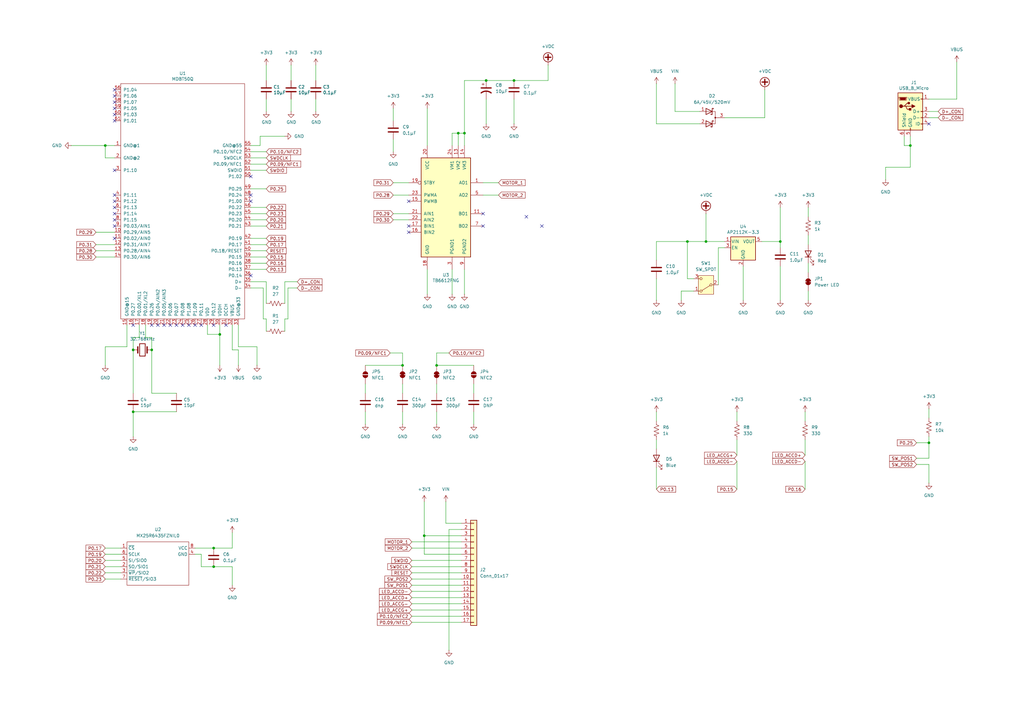
<source format=kicad_sch>
(kicad_sch (version 20250114) (generator "eeschema") (generator_version "9.0")
  (paper "A3")
  (title_block (title "Farlock3") (date "2025-05-28") (rev "v01") (comment 4 "Author: Joel Frazier"))
  (junction (at 381 181.61))
  (junction (at 289.56 99.06))
  (junction (at 54.61 168.91))
  (junction (at 87.63 224.79))
  (junction (at 43.18 59.69))
  (junction (at 190.5 54.61))
  (junction (at 179.07 149.86))
  (junction (at 54.61 143.51))
  (junction (at 62.23 143.51))
  (junction (at 210.82 33.02))
  (junction (at 173.99 219.71))
  (junction (at 90.17 137.16))
  (junction (at 87.63 232.41))
  (junction (at 199.39 33.02))
  (junction (at 373.38 59.69))
  (junction (at 281.94 99.06))
  (junction (at 165.1 149.86))
  (junction (at 187.96 54.61))
  (junction (at 320.04 99.06))
  (no_connect (at 92.71 133.35))
  (no_connect (at 46.99 46.99))
  (no_connect (at 198.12 92.71))
  (no_connect (at 381 50.8))
  (no_connect (at 46.99 92.71))
  (no_connect (at 46.99 85.09))
  (no_connect (at 46.99 90.17))
  (no_connect (at 215.9 88.9))
  (no_connect (at 87.63 133.35))
  (no_connect (at 80.01 133.35))
  (no_connect (at 46.99 41.91))
  (no_connect (at 46.99 80.01))
  (no_connect (at 46.99 36.83))
  (no_connect (at 198.12 87.63))
  (no_connect (at 167.64 82.55))
  (no_connect (at 72.39 133.35))
  (no_connect (at 62.23 133.35))
  (no_connect (at 67.31 133.35))
  (no_connect (at 46.99 49.53))
  (no_connect (at 46.99 97.79))
  (no_connect (at 46.99 39.37))
  (no_connect (at 167.64 95.25))
  (no_connect (at 69.85 133.35))
  (no_connect (at 46.99 69.85))
  (no_connect (at 82.55 133.35))
  (no_connect (at 102.87 113.03))
  (no_connect (at 102.87 82.55))
  (no_connect (at 77.47 133.35))
  (no_connect (at 46.99 87.63))
  (no_connect (at 74.93 133.35))
  (no_connect (at 167.64 92.71))
  (no_connect (at 64.77 133.35))
  (no_connect (at 222.25 92.71))
  (no_connect (at 46.99 44.45))
  (no_connect (at 54.61 133.35))
  (no_connect (at 102.87 80.01))
  (no_connect (at 46.99 82.55))
  (no_connect (at 102.87 72.39))
  (wire (pts (xy 97.79 142.24) (xy 105.41 142.24)))
  (wire (pts (xy 43.18 232.41) (xy 49.53 232.41)))
  (wire (pts (xy 107.95 118.11) (xy 107.95 130.81)))
  (wire (pts (xy 72.39 168.91) (xy 54.61 168.91)))
  (wire (pts (xy 165.1 144.78) (xy 165.1 149.86)))
  (wire (pts (xy 168.91 252.73) (xy 189.23 252.73)))
  (wire (pts (xy 187.96 54.61) (xy 187.96 59.69)))
  (wire (pts (xy 313.69 48.26) (xy 313.69 36.83)))
  (wire (pts (xy 194.31 157.48) (xy 194.31 161.29)))
  (wire (pts (xy 269.24 50.8) (xy 287.02 50.8)))
  (wire (pts (xy 119.38 26.67) (xy 119.38 33.02)))
  (wire (pts (xy 102.87 118.11) (xy 107.95 118.11)))
  (wire (pts (xy 281.94 99.06) (xy 289.56 99.06)))
  (wire (pts (xy 297.18 48.26) (xy 313.69 48.26)))
  (wire (pts (xy 199.39 40.64) (xy 199.39 50.8)))
  (wire (pts (xy 173.99 227.33) (xy 189.23 227.33)))
  (wire (pts (xy 175.26 44.45) (xy 175.26 59.69)))
  (wire (pts (xy 119.38 40.64) (xy 119.38 45.72)))
  (wire (pts (xy 302.26 189.23) (xy 302.26 200.66)))
  (wire (pts (xy 87.63 232.41) (xy 95.25 232.41)))
  (wire (pts (xy 43.18 149.86) (xy 43.18 142.24)))
  (wire (pts (xy 168.91 229.87) (xy 189.23 229.87)))
  (wire (pts (xy 276.86 34.29) (xy 276.86 45.72)))
  (wire (pts (xy 29.21 59.69) (xy 43.18 59.69)))
  (wire (pts (xy 331.47 96.52) (xy 331.47 100.33)))
  (wire (pts (xy 46.99 64.77) (xy 43.18 64.77)))
  (wire (pts (xy 52.07 142.24) (xy 52.07 133.35)))
  (wire (pts (xy 102.87 67.31) (xy 109.22 67.31)))
  (wire (pts (xy 179.07 157.48) (xy 179.07 161.29)))
  (wire (pts (xy 149.86 149.86) (xy 165.1 149.86)))
  (wire (pts (xy 54.61 168.91) (xy 54.61 179.07)))
  (wire (pts (xy 62.23 161.29) (xy 72.39 161.29)))
  (wire (pts (xy 185.42 54.61) (xy 187.96 54.61)))
  (wire (pts (xy 116.84 130.81) (xy 118.11 130.81)))
  (wire (pts (xy 87.63 224.79) (xy 95.25 224.79)))
  (wire (pts (xy 381 45.72) (xy 384.81 45.72)))
  (wire (pts (xy 85.09 137.16) (xy 90.17 137.16)))
  (wire (pts (xy 279.4 119.38) (xy 279.4 123.19)))
  (wire (pts (xy 168.91 242.57) (xy 189.23 242.57)))
  (wire (pts (xy 90.17 137.16) (xy 90.17 149.86)))
  (wire (pts (xy 102.87 64.77) (xy 109.22 64.77)))
  (wire (pts (xy 116.84 130.81) (xy 116.84 135.89)))
  (wire (pts (xy 269.24 180.34) (xy 269.24 184.15)))
  (wire (pts (xy 330.2 189.23) (xy 330.2 200.66)))
  (wire (pts (xy 198.12 80.01) (xy 204.47 80.01)))
  (wire (pts (xy 276.86 45.72) (xy 287.02 45.72)))
  (wire (pts (xy 105.41 142.24) (xy 105.41 149.86)))
  (wire (pts (xy 102.87 107.95) (xy 109.22 107.95)))
  (wire (pts (xy 370.84 59.69) (xy 373.38 59.69)))
  (wire (pts (xy 281.94 114.3) (xy 281.94 99.06)))
  (wire (pts (xy 102.87 97.79) (xy 109.22 97.79)))
  (wire (pts (xy 173.99 219.71) (xy 173.99 205.74)))
  (wire (pts (xy 373.38 55.88) (xy 373.38 59.69)))
  (wire (pts (xy 182.88 214.63) (xy 189.23 214.63)))
  (wire (pts (xy 320.04 99.06) (xy 320.04 101.6)))
  (wire (pts (xy 95.25 224.79) (xy 95.25 218.44)))
  (wire (pts (xy 39.37 105.41) (xy 46.99 105.41)))
  (wire (pts (xy 165.1 157.48) (xy 165.1 161.29)))
  (wire (pts (xy 184.15 217.17) (xy 189.23 217.17)))
  (wire (pts (xy 168.91 255.27) (xy 189.23 255.27)))
  (wire (pts (xy 129.54 26.67) (xy 129.54 33.02)))
  (wire (pts (xy 320.04 109.22) (xy 320.04 123.19)))
  (wire (pts (xy 43.18 227.33) (xy 49.53 227.33)))
  (wire (pts (xy 224.79 33.02) (xy 210.82 33.02)))
  (wire (pts (xy 190.5 33.02) (xy 199.39 33.02)))
  (wire (pts (xy 129.54 40.64) (xy 129.54 45.72)))
  (wire (pts (xy 43.18 64.77) (xy 43.18 59.69)))
  (wire (pts (xy 210.82 40.64) (xy 210.82 50.8)))
  (wire (pts (xy 173.99 219.71) (xy 189.23 219.71)))
  (wire (pts (xy 102.87 87.63) (xy 109.22 87.63)))
  (wire (pts (xy 57.15 138.43) (xy 54.61 138.43)))
  (wire (pts (xy 392.43 40.64) (xy 381 40.64)))
  (wire (pts (xy 102.87 62.23) (xy 109.22 62.23)))
  (wire (pts (xy 109.22 40.64) (xy 109.22 45.72)))
  (wire (pts (xy 331.47 119.38) (xy 331.47 123.19)))
  (wire (pts (xy 161.29 57.15) (xy 161.29 62.23)))
  (wire (pts (xy 116.84 115.57) (xy 121.92 115.57)))
  (wire (pts (xy 102.87 100.33) (xy 109.22 100.33)))
  (wire (pts (xy 102.87 102.87) (xy 109.22 102.87)))
  (wire (pts (xy 43.18 234.95) (xy 49.53 234.95)))
  (wire (pts (xy 294.64 101.6) (xy 297.18 101.6)))
  (wire (pts (xy 190.5 59.69) (xy 190.5 54.61)))
  (wire (pts (xy 370.84 59.69) (xy 370.84 55.88)))
  (wire (pts (xy 168.91 247.65) (xy 189.23 247.65)))
  (wire (pts (xy 330.2 180.34) (xy 330.2 186.69)))
  (wire (pts (xy 107.95 130.81) (xy 109.22 130.81)))
  (wire (pts (xy 330.2 168.91) (xy 330.2 172.72)))
  (wire (pts (xy 43.18 59.69) (xy 46.99 59.69)))
  (wire (pts (xy 62.23 143.51) (xy 62.23 161.29)))
  (wire (pts (xy 62.23 138.43) (xy 62.23 143.51)))
  (wire (pts (xy 54.61 143.51) (xy 54.61 161.29)))
  (wire (pts (xy 97.79 143.51) (xy 97.79 149.86)))
  (wire (pts (xy 82.55 227.33) (xy 82.55 232.41)))
  (wire (pts (xy 184.15 144.78) (xy 179.07 144.78)))
  (wire (pts (xy 373.38 68.58) (xy 363.22 68.58)))
  (wire (pts (xy 375.92 190.5) (xy 381 190.5)))
  (wire (pts (xy 102.87 69.85) (xy 109.22 69.85)))
  (wire (pts (xy 363.22 68.58) (xy 363.22 73.66)))
  (wire (pts (xy 118.11 118.11) (xy 121.92 118.11)))
  (wire (pts (xy 59.69 138.43) (xy 62.23 138.43)))
  (wire (pts (xy 85.09 133.35) (xy 85.09 137.16)))
  (wire (pts (xy 182.88 205.74) (xy 182.88 214.63)))
  (wire (pts (xy 179.07 168.91) (xy 179.07 173.99)))
  (wire (pts (xy 168.91 234.95) (xy 189.23 234.95)))
  (wire (pts (xy 39.37 100.33) (xy 46.99 100.33)))
  (wire (pts (xy 43.18 237.49) (xy 49.53 237.49)))
  (wire (pts (xy 57.15 133.35) (xy 57.15 138.43)))
  (wire (pts (xy 90.17 133.35) (xy 90.17 137.16)))
  (wire (pts (xy 102.87 59.69) (xy 106.68 59.69)))
  (wire (pts (xy 165.1 168.91) (xy 165.1 173.99)))
  (wire (pts (xy 106.68 59.69) (xy 106.68 55.88)))
  (wire (pts (xy 109.22 115.57) (xy 109.22 124.46)))
  (wire (pts (xy 82.55 232.41) (xy 87.63 232.41)))
  (wire (pts (xy 304.8 109.22) (xy 304.8 123.19)))
  (wire (pts (xy 198.12 74.93) (xy 204.47 74.93)))
  (wire (pts (xy 43.18 224.79) (xy 49.53 224.79)))
  (wire (pts (xy 381 190.5) (xy 381 198.12)))
  (wire (pts (xy 39.37 102.87) (xy 46.99 102.87)))
  (wire (pts (xy 168.91 237.49) (xy 189.23 237.49)))
  (wire (pts (xy 224.79 26.67) (xy 224.79 33.02)))
  (wire (pts (xy 294.64 116.84) (xy 294.64 101.6)))
  (wire (pts (xy 284.48 119.38) (xy 279.4 119.38)))
  (wire (pts (xy 168.91 250.19) (xy 189.23 250.19)))
  (wire (pts (xy 269.24 114.3) (xy 269.24 123.19)))
  (wire (pts (xy 302.26 180.34) (xy 302.26 186.69)))
  (wire (pts (xy 109.22 26.67) (xy 109.22 33.02)))
  (wire (pts (xy 190.5 54.61) (xy 190.5 33.02)))
  (wire (pts (xy 173.99 219.71) (xy 173.99 227.33)))
  (wire (pts (xy 102.87 92.71) (xy 109.22 92.71)))
  (wire (pts (xy 373.38 59.69) (xy 373.38 68.58)))
  (wire (pts (xy 80.01 224.79) (xy 87.63 224.79)))
  (wire (pts (xy 39.37 95.25) (xy 46.99 95.25)))
  (wire (pts (xy 190.5 110.49) (xy 190.5 120.65)))
  (wire (pts (xy 381 167.64) (xy 381 171.45)))
  (wire (pts (xy 312.42 99.06) (xy 320.04 99.06)))
  (wire (pts (xy 375.92 187.96) (xy 381 187.96)))
  (wire (pts (xy 331.47 85.09) (xy 331.47 88.9)))
  (wire (pts (xy 161.29 87.63) (xy 167.64 87.63)))
  (wire (pts (xy 80.01 227.33) (xy 82.55 227.33)))
  (wire (pts (xy 43.18 142.24) (xy 52.07 142.24)))
  (wire (pts (xy 179.07 144.78) (xy 179.07 149.86)))
  (wire (pts (xy 284.48 114.3) (xy 281.94 114.3)))
  (wire (pts (xy 185.42 59.69) (xy 185.42 54.61)))
  (wire (pts (xy 59.69 133.35) (xy 59.69 138.43)))
  (wire (pts (xy 161.29 74.93) (xy 167.64 74.93)))
  (wire (pts (xy 95.25 232.41) (xy 95.25 240.03)))
  (wire (pts (xy 289.56 99.06) (xy 297.18 99.06)))
  (wire (pts (xy 95.25 133.35) (xy 95.25 143.51)))
  (wire (pts (xy 269.24 168.91) (xy 269.24 172.72)))
  (wire (pts (xy 289.56 87.63) (xy 289.56 99.06)))
  (wire (pts (xy 161.29 44.45) (xy 161.29 49.53)))
  (wire (pts (xy 161.29 90.17) (xy 167.64 90.17)))
  (wire (pts (xy 168.91 245.11) (xy 189.23 245.11)))
  (wire (pts (xy 179.07 149.86) (xy 194.31 149.86)))
  (wire (pts (xy 168.91 240.03) (xy 189.23 240.03)))
  (wire (pts (xy 320.04 85.09) (xy 320.04 99.06)))
  (wire (pts (xy 269.24 191.77) (xy 269.24 200.66)))
  (wire (pts (xy 161.29 80.01) (xy 167.64 80.01)))
  (wire (pts (xy 102.87 90.17) (xy 109.22 90.17)))
  (wire (pts (xy 102.87 105.41) (xy 109.22 105.41)))
  (wire (pts (xy 184.15 217.17) (xy 184.15 266.7)))
  (wire (pts (xy 375.92 181.61) (xy 381 181.61)))
  (wire (pts (xy 269.24 99.06) (xy 281.94 99.06)))
  (wire (pts (xy 116.84 115.57) (xy 116.84 124.46)))
  (wire (pts (xy 331.47 107.95) (xy 331.47 111.76)))
  (wire (pts (xy 102.87 110.49) (xy 109.22 110.49)))
  (wire (pts (xy 185.42 110.49) (xy 185.42 120.65)))
  (wire (pts (xy 43.18 229.87) (xy 49.53 229.87)))
  (wire (pts (xy 392.43 25.4) (xy 392.43 40.64)))
  (wire (pts (xy 199.39 33.02) (xy 210.82 33.02)))
  (wire (pts (xy 187.96 54.61) (xy 190.5 54.61)))
  (wire (pts (xy 102.87 115.57) (xy 109.22 115.57)))
  (wire (pts (xy 97.79 133.35) (xy 97.79 142.24)))
  (wire (pts (xy 149.86 168.91) (xy 149.86 173.99)))
  (wire (pts (xy 168.91 232.41) (xy 189.23 232.41)))
  (wire (pts (xy 194.31 168.91) (xy 194.31 173.99)))
  (wire (pts (xy 160.02 144.78) (xy 165.1 144.78)))
  (wire (pts (xy 102.87 85.09) (xy 109.22 85.09)))
  (wire (pts (xy 106.68 55.88) (xy 116.84 55.88)))
  (wire (pts (xy 54.61 138.43) (xy 54.61 143.51)))
  (wire (pts (xy 102.87 77.47) (xy 109.22 77.47)))
  (wire (pts (xy 381 48.26) (xy 384.81 48.26)))
  (wire (pts (xy 118.11 130.81) (xy 118.11 118.11)))
  (wire (pts (xy 168.91 222.25) (xy 189.23 222.25)))
  (wire (pts (xy 109.22 130.81) (xy 109.22 135.89)))
  (wire (pts (xy 149.86 157.48) (xy 149.86 161.29)))
  (wire (pts (xy 95.25 143.51) (xy 97.79 143.51)))
  (wire (pts (xy 381 181.61) (xy 381 187.96)))
  (wire (pts (xy 168.91 224.79) (xy 189.23 224.79)))
  (wire (pts (xy 302.26 168.91) (xy 302.26 172.72)))
  (wire (pts (xy 269.24 106.68) (xy 269.24 99.06)))
  (wire (pts (xy 381 179.07) (xy 381 181.61)))
  (wire (pts (xy 175.26 110.49) (xy 175.26 120.65)))
  (wire (pts (xy 269.24 34.29) (xy 269.24 50.8)))
  (global_label "P0.30" (shape input) (at 39.37 105.41 180) (property "Intersheetrefs" "${INTERSHEET_REFS}" (effects (hide yes))))
  (global_label "P0.28" (shape input) (at 39.37 102.87 180) (property "Intersheetrefs" "${INTERSHEET_REFS}" (effects (hide yes))))
  (global_label "LED_ACCG-" (shape input) (at 168.91 247.65 180) (property "Intersheetrefs" "${INTERSHEET_REFS}" (effects (hide yes))))
  (global_label "MOTOR_1" (shape input) (at 204.47 74.93 0) (property "Intersheetrefs" "${INTERSHEET_REFS}" (effects (hide yes))))
  (global_label "LED_ACCG-" (shape input) (at 302.26 189.23 180) (property "Intersheetrefs" "${INTERSHEET_REFS}" (effects (hide yes))))
  (global_label "P0.16" (shape input) (at 109.22 107.95 0) (property "Intersheetrefs" "${INTERSHEET_REFS}" (effects (hide yes))))
  (global_label "P0.22" (shape input) (at 43.18 234.95 180) (property "Intersheetrefs" "${INTERSHEET_REFS}" (effects (hide yes))))
  (global_label "LED_ACCD-" (shape input) (at 330.2 189.23 180) (property "Intersheetrefs" "${INTERSHEET_REFS}" (effects (hide yes))))
  (global_label "D-_CON" (shape input) (at 384.81 48.26 0) (property "Intersheetrefs" "${INTERSHEET_REFS}" (effects (hide yes))))
  (global_label "SW_POS2" (shape input) (at 168.91 237.49 180) (property "Intersheetrefs" "${INTERSHEET_REFS}" (effects (hide yes))))
  (global_label "SWDCLK" (shape input) (at 109.22 64.77 0) (property "Intersheetrefs" "${INTERSHEET_REFS}" (effects (hide yes))))
  (global_label "P0.29" (shape input) (at 39.37 95.25 180) (property "Intersheetrefs" "${INTERSHEET_REFS}" (effects (hide yes))))
  (global_label "SW_POS1" (shape input) (at 375.92 187.96 180) (property "Intersheetrefs" "${INTERSHEET_REFS}" (effects (hide yes))))
  (global_label "P0.10{slash}NFC2" (shape input) (at 184.15 144.78 0) (property "Intersheetrefs" "${INTERSHEET_REFS}" (effects (hide yes))))
  (global_label "P0.20" (shape input) (at 43.18 229.87 180) (property "Intersheetrefs" "${INTERSHEET_REFS}" (effects (hide yes))))
  (global_label "P0.20" (shape input) (at 109.22 90.17 0) (property "Intersheetrefs" "${INTERSHEET_REFS}" (effects (hide yes))))
  (global_label "P0.30" (shape input) (at 161.29 90.17 180) (property "Intersheetrefs" "${INTERSHEET_REFS}" (effects (hide yes))))
  (global_label "P0.09{slash}NFC1" (shape input) (at 168.91 255.27 180) (property "Intersheetrefs" "${INTERSHEET_REFS}" (effects (hide yes))))
  (global_label "SWDIO" (shape input) (at 109.22 69.85 0) (property "Intersheetrefs" "${INTERSHEET_REFS}" (effects (hide yes))))
  (global_label "RESET" (shape input) (at 168.91 234.95 180) (property "Intersheetrefs" "${INTERSHEET_REFS}" (effects (hide yes))))
  (global_label "P0.10{slash}NFC2" (shape input) (at 109.22 62.23 0) (property "Intersheetrefs" "${INTERSHEET_REFS}" (effects (hide yes))))
  (global_label "P0.09{slash}NFC1" (shape input) (at 109.22 67.31 0) (property "Intersheetrefs" "${INTERSHEET_REFS}" (effects (hide yes))))
  (global_label "LED_ACCG+" (shape input) (at 302.26 186.69 180) (property "Intersheetrefs" "${INTERSHEET_REFS}" (effects (hide yes))))
  (global_label "LED_ACCD+" (shape input) (at 330.2 186.69 180) (property "Intersheetrefs" "${INTERSHEET_REFS}" (effects (hide yes))))
  (global_label "P0.13" (shape input) (at 269.24 200.66 0) (property "Intersheetrefs" "${INTERSHEET_REFS}" (effects (hide yes))))
  (global_label "LED_ACCG+" (shape input) (at 168.91 250.19 180) (property "Intersheetrefs" "${INTERSHEET_REFS}" (effects (hide yes))))
  (global_label "P0.10{slash}NFC2" (shape input) (at 168.91 252.73 180) (property "Intersheetrefs" "${INTERSHEET_REFS}" (effects (hide yes))))
  (global_label "D-_CON" (shape input) (at 121.92 118.11 0) (property "Intersheetrefs" "${INTERSHEET_REFS}" (effects (hide yes))))
  (global_label "P0.19" (shape input) (at 109.22 97.79 0) (property "Intersheetrefs" "${INTERSHEET_REFS}" (effects (hide yes))))
  (global_label "RESET" (shape input) (at 109.22 102.87 0) (property "Intersheetrefs" "${INTERSHEET_REFS}" (effects (hide yes))))
  (global_label "P0.23" (shape input) (at 109.22 87.63 0) (property "Intersheetrefs" "${INTERSHEET_REFS}" (effects (hide yes))))
  (global_label "LED_ACCD+" (shape input) (at 168.91 245.11 180) (property "Intersheetrefs" "${INTERSHEET_REFS}" (effects (hide yes))))
  (global_label "MOTOR_1" (shape input) (at 168.91 222.25 180) (property "Intersheetrefs" "${INTERSHEET_REFS}" (effects (hide yes))))
  (global_label "P0.25" (shape input) (at 109.22 77.47 0) (property "Intersheetrefs" "${INTERSHEET_REFS}" (effects (hide yes))))
  (global_label "P0.31" (shape input) (at 39.37 100.33 180) (property "Intersheetrefs" "${INTERSHEET_REFS}" (effects (hide yes))))
  (global_label "SWDCLK" (shape input) (at 168.91 232.41 180) (property "Intersheetrefs" "${INTERSHEET_REFS}" (effects (hide yes))))
  (global_label "P0.28" (shape input) (at 161.29 80.01 180) (property "Intersheetrefs" "${INTERSHEET_REFS}" (effects (hide yes))))
  (global_label "SWDIO" (shape input) (at 168.91 229.87 180) (property "Intersheetrefs" "${INTERSHEET_REFS}" (effects (hide yes))))
  (global_label "P0.22" (shape input) (at 109.22 85.09 0) (property "Intersheetrefs" "${INTERSHEET_REFS}" (effects (hide yes))))
  (global_label "SW_POS2" (shape input) (at 375.92 190.5 180) (property "Intersheetrefs" "${INTERSHEET_REFS}" (effects (hide yes))))
  (global_label "P0.17" (shape input) (at 43.18 224.79 180) (property "Intersheetrefs" "${INTERSHEET_REFS}" (effects (hide yes))))
  (global_label "D+_CON" (shape input) (at 121.92 115.57 0) (property "Intersheetrefs" "${INTERSHEET_REFS}" (effects (hide yes))))
  (global_label "P0.17" (shape input) (at 109.22 100.33 0) (property "Intersheetrefs" "${INTERSHEET_REFS}" (effects (hide yes))))
  (global_label "MOTOR_2" (shape input) (at 168.91 224.79 180) (property "Intersheetrefs" "${INTERSHEET_REFS}" (effects (hide yes))))
  (global_label "P0.15" (shape input) (at 302.26 200.66 180) (property "Intersheetrefs" "${INTERSHEET_REFS}" (effects (hide yes))))
  (global_label "P0.29" (shape input) (at 161.29 87.63 180) (property "Intersheetrefs" "${INTERSHEET_REFS}" (effects (hide yes))))
  (global_label "P0.13" (shape input) (at 109.22 110.49 0) (property "Intersheetrefs" "${INTERSHEET_REFS}" (effects (hide yes))))
  (global_label "P0.25" (shape input) (at 375.92 181.61 180) (property "Intersheetrefs" "${INTERSHEET_REFS}" (effects (hide yes))))
  (global_label "P0.23" (shape input) (at 43.18 237.49 180) (property "Intersheetrefs" "${INTERSHEET_REFS}" (effects (hide yes))))
  (global_label "P0.21" (shape input) (at 43.18 232.41 180) (property "Intersheetrefs" "${INTERSHEET_REFS}" (effects (hide yes))))
  (global_label "P0.09{slash}NFC1" (shape input) (at 160.02 144.78 180) (property "Intersheetrefs" "${INTERSHEET_REFS}" (effects (hide yes))))
  (global_label "P0.31" (shape input) (at 161.29 74.93 180) (property "Intersheetrefs" "${INTERSHEET_REFS}" (effects (hide yes))))
  (global_label "SW_POS1" (shape input) (at 168.91 240.03 180) (property "Intersheetrefs" "${INTERSHEET_REFS}" (effects (hide yes))))
  (global_label "P0.21" (shape input) (at 109.22 92.71 0) (property "Intersheetrefs" "${INTERSHEET_REFS}" (effects (hide yes))))
  (global_label "D+_CON" (shape input) (at 384.81 45.72 0) (property "Intersheetrefs" "${INTERSHEET_REFS}" (effects (hide yes))))
  (global_label "P0.19" (shape input) (at 43.18 227.33 180) (property "Intersheetrefs" "${INTERSHEET_REFS}" (effects (hide yes))))
  (global_label "MOTOR_2" (shape input) (at 204.47 80.01 0) (property "Intersheetrefs" "${INTERSHEET_REFS}" (effects (hide yes))))
  (global_label "P0.15" (shape input) (at 109.22 105.41 0) (property "Intersheetrefs" "${INTERSHEET_REFS}" (effects (hide yes))))
  (global_label "P0.16" (shape input) (at 330.2 200.66 180) (property "Intersheetrefs" "${INTERSHEET_REFS}" (effects (hide yes))))
  (global_label "LED_ACCD-" (shape input) (at 168.91 242.57 180) (property "Intersheetrefs" "${INTERSHEET_REFS}" (effects (hide yes))))
  (symbol (lib_id "power:GND") (at 109.22 45.72 0) (unit 1)
    (property "Reference" "#PWR033" (effects (hide yes)))
    (property "Value" "GND" (at 109.347 50.1142 0))
  )
  (symbol (lib_id "power:GND") (at 119.38 45.72 0) (unit 1)
    (property "Reference" "#PWR034" (effects (hide yes)))
    (property "Value" "GND" (at 119.507 50.1142 0))
  )
  (symbol (lib_id "power:GND") (at 129.54 45.72 0) (unit 1)
    (property "Reference" "#PWR035" (effects (hide yes)))
    (property "Value" "GND" (at 129.667 50.1142 0))
  )
  (symbol (lib_id "MDBT50Q:MDBT50Q") (at 74.93 82.55 0) (unit 1)
    (property "Reference" "U1" (at 74.93 30.099 0))
    (property "Value" "MDBT50Q" (at 74.93 32.4104 0))
    (property "Footprint" "MDBT50Q:MDBT50Q" (effects (hide yes)))
    (property "Datasheet" "https://www.raytac.com/download/index.php?index_id=44" (effects (hide yes)))
    (property "Description" "RF TXRX MOD 802.15.4 BTU.FL SMD" (effects (hide yes)))
    (property "Manufacturer Part No" "MDBT50Q-U1MV2" (effects (hide yes)))
  )
  (symbol (lib_id "Driver_Motor:TB6612FNG") (at 182.88 85.09 0) (unit 1)
    (property "Reference" "U3" (at 182.88 112.7506 0))
    (property "Value" "TB6612FNG" (at 182.88 115.062 0))
    (property "Footprint" "Package_SO:SSOP-24_5.3x8.2mm_P0.65mm" (effects (hide yes)))
    (property "Datasheet" "https://toshiba.semicon-storage.com/us/product/linear/motordriver/detail.TB6612FNG.html" (effects (hide yes)))
    (property "Manufacturer Part No" "TB6612FNG,C,8,EL" (effects (hide yes)))
  )
  (symbol (lib_id "Regulator_Linear:AP2112K-3.3") (at 304.8 101.6 0) (unit 1)
    (property "Reference" "U4" (at 304.8 92.9132 0))
    (property "Value" "AP2112K-3.3" (at 304.8 95.2246 0))
    (property "Footprint" "Package_TO_SOT_SMD:SOT-23-5" (effects (hide yes)))
    (property "Datasheet" "https://www.diodes.com/assets/Datasheets/AP2112.pdf" (effects (hide yes)))
    (property "Manufacturer Part No" "AP2112K-3.3TRG1" (effects (hide yes)))
  )
  (symbol (lib_id "Connector:USB_B_Micro") (at 373.38 45.72 0) (unit 1)
    (property "Reference" "J1" (at 374.8278 33.8582 0))
    (property "Value" "USB_B_Micro" (at 374.8278 36.1696 0))
    (property "Footprint" "Connector_USB:USB_Micro-B_Amphenol_10104110_Horizontal" (effects (hide yes)))
    (property "Manufacturer Part No" "10104110-0001LF" (effects (hide yes)))
  )
  (symbol (lib_id "Device:Crystal") (at 58.42 143.51 0) (unit 1)
    (property "Reference" "Y1" (at 58.42 136.7028 0))
    (property "Value" "32.768kHz" (at 58.42 139.0142 0))
    (property "Footprint" "Crystal:Crystal_SMD_3215-2Pin_3.2x1.5mm" (effects (hide yes)))
    (property "Manufacturer Part No" "CM7V-T1A-LOW-ESR-32.768KHZ-9PF-20-TA-QC" (effects (hide yes)))
  )
  (symbol (lib_id "Device:C") (at 54.61 165.1 0) (unit 1)
    (property "Reference" "C4" (at 57.531 163.9316 0) (effects (justify left)))
    (property "Value" "15pF" (at 57.531 166.243 0) (effects (justify left)))
    (property "Footprint" "Capacitor_SMD:C_0603_1608Metric" (effects (hide yes)))
    (property "Manufacturer Part No" "CL10C150JB8NNNC" (effects (hide yes)))
  )
  (symbol (lib_id "Device:C") (at 72.39 165.1 0) (unit 1)
    (property "Reference" "C5" (at 75.311 163.9316 0) (effects (justify left)))
    (property "Value" "15pF" (at 75.311 166.243 0) (effects (justify left)))
    (property "Footprint" "Capacitor_SMD:C_0603_1608Metric" (effects (hide yes)))
    (property "Manufacturer Part No" "CL10C150JB8NNNC" (effects (hide yes)))
  )
  (symbol (lib_id "Device:C") (at 109.22 36.83 0) (unit 1)
    (property "Reference" "C1" (at 112.141 35.6616 0) (effects (justify left)))
    (property "Value" "10µF" (at 112.141 37.973 0) (effects (justify left)))
    (property "Footprint" "Capacitor_SMD:C_0603_1608Metric" (effects (hide yes)))
    (property "Manufacturer Part No" "CL10A106MP8NNNC" (effects (hide yes)))
  )
  (symbol (lib_id "Device:C") (at 119.38 36.83 0) (unit 1)
    (property "Reference" "C2" (at 122.301 35.6616 0) (effects (justify left)))
    (property "Value" "10µF" (at 122.301 37.973 0) (effects (justify left)))
    (property "Footprint" "Capacitor_SMD:C_0603_1608Metric" (effects (hide yes)))
    (property "Manufacturer Part No" "CL10A106MP8NNNC" (effects (hide yes)))
  )
  (symbol (lib_id "Device:C") (at 129.54 36.83 0) (unit 1)
    (property "Reference" "C3" (at 132.461 35.6616 0) (effects (justify left)))
    (property "Value" "0.1µF" (at 132.461 37.973 0) (effects (justify left)))
    (property "Footprint" "Capacitor_SMD:C_0603_1608Metric" (effects (hide yes)))
    (property "Manufacturer Part No" "CL10B104KA8NNNC" (effects (hide yes)))
  )
  (symbol (lib_id "power:GND") (at 331.47 123.19 0) (unit 1)
    (property "Reference" "#PWR026" (effects (hide yes)))
    (property "Value" "GND" (at 331.47 128.27 0))
    (property "Description" "Power symbol creates a global label with name \"GND\" , ground" (effects (hide yes)))
  )
  (symbol (lib_id "power:GND") (at 54.61 179.07 0) (unit 1)
    (property "Reference" "#PWR01" (effects (hide yes)))
    (property "Value" "GND" (at 54.61 184.15 0))
    (property "Description" "Power symbol creates a global label with name \"GND\" , ground" (effects (hide yes)))
  )
  (symbol (lib_id "power:+VDC") (at 289.56 87.63 0) (unit 1)
    (property "Reference" "#PWR021" (effects (hide yes)))
    (property "Value" "+VDC" (at 289.56 80.01 0))
    (property "Description" "Power symbol creates a global label with name \"+VDC\"" (effects (hide yes)))
  )
  (symbol (lib_id "Device:C_Polarized_US") (at 199.39 36.83 0) (unit 1)
    (property "Reference" "C8" (at 203.2 34.9249 0) (effects (justify left)))
    (property "Value" "10µF" (at 203.2 37.4649 0) (effects (justify left)))
    (property "Footprint" "Capacitor_Tantalum_SMD:CP_EIA-3528-21_Kemet-B" (effects (hide yes)))
    (property "Description" "Polarized capacitor, US symbol" (effects (hide yes)))
    (property "Manufacturer Part No" "593D106X9020B2TE3" (effects (hide yes)))
  )
  (symbol (lib_id "power:+VDC") (at 224.79 26.67 0) (unit 1)
    (property "Reference" "#PWR020" (effects (hide yes)))
    (property "Value" "+VDC" (at 224.79 19.05 0))
    (property "Description" "Power symbol creates a global label with name \"+VDC\"" (effects (hide yes)))
  )
  (symbol (lib_id "power:GND") (at 279.4 123.19 0) (unit 1)
    (property "Reference" "#PWR027" (effects (hide yes)))
    (property "Value" "GND" (at 279.4 128.27 0))
    (property "Description" "Power symbol creates a global label with name \"GND\" , ground" (effects (hide yes)))
  )
  (symbol (lib_id "Device:C") (at 149.86 165.1 0) (unit 1)
    (property "Reference" "C16" (at 153.67 163.8299 0) (effects (justify left)))
    (property "Value" "dnp" (at 153.67 166.3699 0) (effects (justify left)))
    (property "Footprint" "Capacitor_SMD:C_0603_1608Metric" (effects (hide yes)))
    (property "Description" "Unpolarized capacitor" (effects (hide yes)))
  )
  (symbol (lib_id "power:GND") (at 175.26 120.65 0) (unit 1)
    (property "Reference" "#PWR012" (effects (hide yes)))
    (property "Value" "GND" (at 175.26 125.73 0))
    (property "Description" "Power symbol creates a global label with name \"GND\" , ground" (effects (hide yes)))
  )
  (symbol (lib_id "Jumper:SolderJumper_2_Bridged") (at 331.47 115.57 90) (unit 1) (in_bom no)
    (property "Reference" "JP1" (at 334.01 114.2999 90) (effects (justify right)))
    (property "Value" "Power LED" (at 334.01 116.8399 90) (effects (justify right)))
    (property "Footprint" "Jumper:SolderJumper-2_P1.3mm_Bridged_RoundedPad1.0x1.5mm" (effects (hide yes)))
    (property "Description" "Solder Jumper, 2-pole, closed/bridged" (effects (hide yes)))
  )
  (symbol (lib_id "power:+3V3") (at 302.26 168.91 0) (unit 1)
    (property "Reference" "#PWR047" (effects (hide yes)))
    (property "Value" "+3V3" (at 302.26 163.83 0))
    (property "Description" "Power symbol creates a global label with name \"+3V3\"" (effects (hide yes)))
  )
  (symbol (lib_id "power:GND") (at 165.1 173.99 0) (unit 1)
    (property "Reference" "#PWR041" (effects (hide yes)))
    (property "Value" "GND" (at 165.1 179.07 0))
    (property "Description" "Power symbol creates a global label with name \"GND\" , ground" (effects (hide yes)))
  )
  (symbol (lib_id "power:+3V3") (at 119.38 26.67 0) (unit 1)
    (property "Reference" "#PWR04" (effects (hide yes)))
    (property "Value" "+3V3" (at 119.38 21.59 0))
    (property "Description" "Power symbol creates a global label with name \"+3V3\"" (effects (hide yes)))
  )
  (symbol (lib_id "power:GND") (at 149.86 173.99 0) (unit 1)
    (property "Reference" "#PWR053" (effects (hide yes)))
    (property "Value" "GND" (at 149.86 179.07 0))
    (property "Description" "Power symbol creates a global label with name \"GND\" , ground" (effects (hide yes)))
  )
  (symbol (lib_id "power:+3V3") (at 173.99 205.74 0) (unit 1)
    (property "Reference" "#PWR051" (effects (hide yes)))
    (property "Value" "+3V3" (at 173.99 200.66 0))
    (property "Description" "Power symbol creates a global label with name \"+3V3\"" (effects (hide yes)))
  )
  (symbol (lib_id "Device:LED") (at 331.47 104.14 90) (unit 1)
    (property "Reference" "D1" (at 335.28 104.4574 90) (effects (justify right)))
    (property "Value" "Red" (at 335.28 106.9974 90) (effects (justify right)))
    (property "Footprint" "LED_SMD:LED_0603_1608Metric" (effects (hide yes)))
    (property "Description" "Light emitting diode" (effects (hide yes)))
    (property "Sim.Pins" "1=K 2=A" (effects (hide yes)))
    (property "Manufacturer Part No" "LTST-C190KRKT" (effects (hide yes)))
  )
  (symbol (lib_id "power:+3V3") (at 175.26 44.45 0) (unit 1)
    (property "Reference" "#PWR019" (effects (hide yes)))
    (property "Value" "+3V3" (at 175.26 39.37 0))
    (property "Description" "Power symbol creates a global label with name \"+3V3\"" (effects (hide yes)))
  )
  (symbol (lib_id "power:VBUS") (at 269.24 34.29 0) (unit 1)
    (property "Reference" "#PWR031" (effects (hide yes)))
    (property "Value" "VBUS" (at 269.24 29.21 0))
    (property "Description" "Power symbol creates a global label with name \"VBUS\"" (effects (hide yes)))
  )
  (symbol (lib_id "Device:R_US") (at 113.03 135.89 90) (unit 1)
    (property "Reference" "R1" (at 113.03 129.54 90))
    (property "Value" "27" (at 113.03 132.08 90))
    (property "Footprint" "Resistor_SMD:R_0603_1608Metric" (effects (hide yes)))
    (property "Description" "Resistor, US symbol" (effects (hide yes)))
    (property "Manufacturer Part No" "ERA-3AHD270V" (effects (hide yes)))
  )
  (symbol (lib_id "power:VCC") (at 182.88 205.74 0) (unit 1)
    (property "Reference" "#PWR032" (effects (hide yes)))
    (property "Value" "VIN" (at 182.88 200.66 0))
    (property "Description" "Power symbol creates a global label with name \"VCC\"" (effects (hide yes)))
  )
  (symbol (lib_id "power:+VDC") (at 313.69 36.83 0) (unit 1)
    (property "Reference" "#PWR030" (effects (hide yes)))
    (property "Value" "+VDC" (at 313.69 29.21 0))
    (property "Description" "Power symbol creates a global label with name \"+VDC\"" (effects (hide yes)))
  )
  (symbol (lib_id "Device:R_US") (at 113.03 124.46 90) (unit 1)
    (property "Reference" "R2" (at 113.03 118.11 90))
    (property "Value" "27" (at 113.03 120.65 90))
    (property "Footprint" "Resistor_SMD:R_0603_1608Metric" (effects (hide yes)))
    (property "Description" "Resistor, US symbol" (effects (hide yes)))
    (property "Manufacturer Part No" "ERA-3AHD270V" (effects (hide yes)))
  )
  (symbol (lib_id "Device:C") (at 161.29 53.34 0) (unit 1)
    (property "Reference" "C9" (at 165.1 52.0699 0) (effects (justify left)))
    (property "Value" "0.1µF" (at 165.1 54.6099 0) (effects (justify left)))
    (property "Footprint" "Capacitor_SMD:C_0603_1608Metric" (effects (hide yes)))
    (property "Description" "Unpolarized capacitor" (effects (hide yes)))
    (property "Manufacturer Part No" "CL10B104KA8NNNC" (effects (hide yes)))
  )
  (symbol (lib_id "Device:R_US") (at 381 175.26 180) (unit 1)
    (property "Reference" "R7" (at 383.54 173.9899 0) (effects (justify right)))
    (property "Value" "10k" (at 383.54 176.5299 0) (effects (justify right)))
    (property "Footprint" "Resistor_SMD:R_0603_1608Metric" (effects (hide yes)))
    (property "Description" "Resistor, US symbol" (effects (hide yes)))
    (property "Manufacturer Part No" "ERJ-3GEYJ103V" (effects (hide yes)))
  )
  (symbol (lib_id "power:GND") (at 184.15 266.7 0) (unit 1)
    (property "Reference" "#PWR050" (effects (hide yes)))
    (property "Value" "GND" (at 184.15 271.78 0))
    (property "Description" "Power symbol creates a global label with name \"GND\" , ground" (effects (hide yes)))
  )
  (symbol (lib_id "power:GND") (at 95.25 240.03 0) (unit 1)
    (property "Reference" "#PWR011" (effects (hide yes)))
    (property "Value" "GND" (at 95.25 245.11 0))
    (property "Description" "Power symbol creates a global label with name \"GND\" , ground" (effects (hide yes)))
  )
  (symbol (lib_id "power:VBUS") (at 97.79 149.86 180) (unit 1)
    (property "Reference" "#PWR08" (effects (hide yes)))
    (property "Value" "VBUS" (at 97.79 154.94 0))
    (property "Description" "Power symbol creates a global label with name \"VBUS\"" (effects (hide yes)))
  )
  (symbol (lib_id "Device:C") (at 87.63 228.6 0) (unit 1)
    (property "Reference" "C6" (at 91.44 227.3299 0) (effects (justify left)))
    (property "Value" "0.1µF" (at 91.44 229.8699 0) (effects (justify left)))
    (property "Footprint" "Capacitor_SMD:C_0603_1608Metric" (effects (hide yes)))
    (property "Description" "Unpolarized capacitor" (effects (hide yes)))
    (property "Manufacturer Part No" "CL10B104KA8NNNC" (effects (hide yes)))
  )
  (symbol (lib_id "Switch:SW_SPDT") (at 289.56 116.84 180) (unit 1)
    (property "Reference" "SW1" (at 289.56 107.95 0))
    (property "Value" "SW_SPDT" (at 289.56 110.49 0))
    (property "Footprint" "Button_Switch_SMD:SW_SPDT_PCM12" (effects (hide yes)))
    (property "Description" "Switch, single pole double throw" (effects (hide yes)))
    (property "Manufacturer Part No" "PCM12SMTR" (effects (hide yes)))
  )
  (symbol (lib_id "Connector_Generic:Conn_01x17") (at 194.31 234.95 0) (unit 1)
    (property "Reference" "J2" (at 196.85 233.6799 0) (effects (justify left)))
    (property "Value" "Conn_01x17" (at 196.85 236.2199 0) (effects (justify left)))
    (property "Footprint" "Connector_PinHeader_2.54mm:PinHeader_1x17_P2.54mm_Vertical" (effects (hide yes)))
    (property "Description" "Generic connector, single row, 01x17, script generated (kicad-library-utils/schlib/autogen/connector/)" (effects (hide yes)))
  )
  (symbol (lib_id "power:GND") (at 199.39 50.8 0) (unit 1)
    (property "Reference" "#PWR015" (effects (hide yes)))
    (property "Value" "GND" (at 199.39 55.88 0))
    (property "Description" "Power symbol creates a global label with name \"GND\" , ground" (effects (hide yes)))
  )
  (symbol (lib_id "Device:C") (at 194.31 165.1 0) (unit 1)
    (property "Reference" "C17" (at 198.12 163.8299 0) (effects (justify left)))
    (property "Value" "DNP" (at 198.12 166.3699 0) (effects (justify left)))
    (property "Footprint" "Capacitor_SMD:C_0603_1608Metric" (effects (hide yes)))
    (property "Description" "Unpolarized capacitor" (effects (hide yes)))
  )
  (symbol (lib_id "Jumper:SolderJumper_2_Bridged") (at 165.1 153.67 90) (unit 1) (in_bom no)
    (property "Reference" "JP2" (at 167.64 152.3999 90) (effects (justify right)))
    (property "Value" "NFC1" (at 167.64 154.9399 90) (effects (justify right)))
    (property "Footprint" "Jumper:SolderJumper-2_P1.3mm_Bridged_RoundedPad1.0x1.5mm" (effects (hide yes)))
    (property "Description" "Solder Jumper, 2-pole, closed/bridged" (effects (hide yes)))
  )
  (symbol (lib_id "power:+3V3") (at 90.17 149.86 180) (unit 1)
    (property "Reference" "#PWR09" (effects (hide yes)))
    (property "Value" "+3V3" (at 90.17 154.94 0))
    (property "Description" "Power symbol creates a global label with name \"+3V3\"" (effects (hide yes)))
  )
  (symbol (lib_id "power:VCC") (at 276.86 34.29 0) (unit 1)
    (property "Reference" "#PWR029" (effects (hide yes)))
    (property "Value" "VIN" (at 276.86 29.21 0))
    (property "Description" "Power symbol creates a global label with name \"VCC\"" (effects (hide yes)))
  )
  (symbol (lib_id "power:GND") (at 320.04 123.19 0) (unit 1)
    (property "Reference" "#PWR024" (effects (hide yes)))
    (property "Value" "GND" (at 320.04 128.27 0))
    (property "Description" "Power symbol creates a global label with name \"GND\" , ground" (effects (hide yes)))
  )
  (symbol (lib_id "power:GND") (at 381 198.12 0) (unit 1)
    (property "Reference" "#PWR046" (effects (hide yes)))
    (property "Value" "GND" (at 381 203.2 0))
    (property "Description" "Power symbol creates a global label with name \"GND\" , ground" (effects (hide yes)))
  )
  (symbol (lib_id "power:GND") (at 116.84 55.88 90) (unit 1)
    (property "Reference" "#PWR044" (effects (hide yes)))
    (property "Value" "GND" (at 120.65 55.8799 90) (effects (justify right)))
    (property "Description" "Power symbol creates a global label with name \"GND\" , ground" (effects (hide yes)))
  )
  (symbol (lib_id "power:+3V3") (at 269.24 168.91 0) (unit 1)
    (property "Reference" "#PWR043" (effects (hide yes)))
    (property "Value" "+3V3" (at 269.24 163.83 0))
    (property "Description" "Power symbol creates a global label with name \"+3V3\"" (effects (hide yes)))
  )
  (symbol (lib_id "Device:LED") (at 269.24 187.96 90) (unit 1)
    (property "Reference" "D5" (at 273.05 188.2774 90) (effects (justify right)))
    (property "Value" "Blue" (at 273.05 190.8174 90) (effects (justify right)))
    (property "Footprint" "LED_SMD:LED_0603_1608Metric" (effects (hide yes)))
    (property "Description" "Light emitting diode" (effects (hide yes)))
    (property "Sim.Pins" "1=K 2=A" (effects (hide yes)))
    (property "Manufacturer Part No" "KB EELP41.12-P1R2-36-3X4X-5-R18" (effects (hide yes)))
  )
  (symbol (lib_id "Device:C") (at 165.1 165.1 0) (unit 1)
    (property "Reference" "C14" (at 168.91 163.8299 0) (effects (justify left)))
    (property "Value" "300pF" (at 168.91 166.3699 0) (effects (justify left)))
    (property "Footprint" "Capacitor_SMD:C_0603_1608Metric" (effects (hide yes)))
    (property "Description" "Unpolarized capacitor" (effects (hide yes)))
    (property "Manufacturer Part No" "C0603C301F5HACTU" (effects (hide yes)))
  )
  (symbol (lib_id "power:GND") (at 43.18 149.86 0) (unit 1)
    (property "Reference" "#PWR02" (effects (hide yes)))
    (property "Value" "GND" (at 43.18 154.94 0))
    (property "Description" "Power symbol creates a global label with name \"GND\" , ground" (effects (hide yes)))
  )
  (symbol (lib_id "Jumper:SolderJumper_2_Open") (at 149.86 153.67 90) (unit 1) (in_bom no)
    (property "Reference" "JP5" (at 152.4 152.3999 90) (effects (justify right)))
    (property "Value" "NFC1" (at 152.4 154.9399 90) (effects (justify right)))
    (property "Footprint" "Jumper:SolderJumper-2_P1.3mm_Open_RoundedPad1.0x1.5mm" (effects (hide yes)))
    (property "Description" "Solder Jumper, 2-pole, open" (effects (hide yes)))
  )
  (symbol (lib_id "power:GND") (at 29.21 59.69 270) (unit 1)
    (property "Reference" "#PWR06" (effects (hide yes)))
    (property "Value" "GND" (at 25.4 59.6899 90) (effects (justify right)))
    (property "Description" "Power symbol creates a global label with name \"GND\" , ground" (effects (hide yes)))
  )
  (symbol (lib_id "Device:R_US") (at 269.24 176.53 0) (unit 1)
    (property "Reference" "R6" (at 271.78 175.2599 0) (effects (justify left)))
    (property "Value" "1k" (at 271.78 177.7999 0) (effects (justify left)))
    (property "Footprint" "Resistor_SMD:R_0603_1608Metric" (effects (hide yes)))
    (property "Description" "Resistor, US symbol" (effects (hide yes)))
    (property "Manufacturer Part No" "ERA-3AEB102V" (effects (hide yes)))
  )
  (symbol (lib_id "power:GND") (at 304.8 123.19 0) (unit 1)
    (property "Reference" "#PWR025" (effects (hide yes)))
    (property "Value" "GND" (at 304.8 128.27 0))
    (property "Description" "Power symbol creates a global label with name \"GND\" , ground" (effects (hide yes)))
  )
  (symbol (lib_id "Device:R_US") (at 302.26 176.53 0) (unit 1)
    (property "Reference" "R8" (at 304.8 175.2599 0) (effects (justify left)))
    (property "Value" "330" (at 304.8 177.7999 0) (effects (justify left)))
    (property "Footprint" "Resistor_SMD:R_0603_1608Metric" (effects (hide yes)))
    (property "Description" "Resistor, US symbol" (effects (hide yes)))
    (property "Manufacturer Part No" "ERA-3AEB331V" (effects (hide yes)))
  )
  (symbol (lib_id "Device:R_US") (at 331.47 92.71 0) (unit 1)
    (property "Reference" "R3" (at 334.01 91.4399 0) (effects (justify left)))
    (property "Value" "1k" (at 334.01 93.9799 0) (effects (justify left)))
    (property "Footprint" "Resistor_SMD:R_0603_1608Metric" (effects (hide yes)))
    (property "Description" "Resistor, US symbol" (effects (hide yes)))
    (property "Manufacturer Part No" "ERA-3AEB102V" (effects (hide yes)))
  )
  (symbol (lib_id "Device:R_US") (at 330.2 176.53 0) (unit 1)
    (property "Reference" "R9" (at 332.74 175.2599 0) (effects (justify left)))
    (property "Value" "330" (at 332.74 177.7999 0) (effects (justify left)))
    (property "Footprint" "Resistor_SMD:R_0603_1608Metric" (effects (hide yes)))
    (property "Description" "Resistor, US symbol" (effects (hide yes)))
    (property "Manufacturer Part No" "ERA-3AEB331V" (effects (hide yes)))
  )
  (symbol (lib_id "power:GND") (at 185.42 120.65 0) (unit 1)
    (property "Reference" "#PWR013" (effects (hide yes)))
    (property "Value" "GND" (at 185.42 125.73 0))
    (property "Description" "Power symbol creates a global label with name \"GND\" , ground" (effects (hide yes)))
  )
  (symbol (lib_id "Device:C") (at 179.07 165.1 0) (unit 1)
    (property "Reference" "C15" (at 182.88 163.8299 0) (effects (justify left)))
    (property "Value" "300pF" (at 182.88 166.3699 0) (effects (justify left)))
    (property "Footprint" "Capacitor_SMD:C_0603_1608Metric" (effects (hide yes)))
    (property "Description" "Unpolarized capacitor" (effects (hide yes)))
    (property "Manufacturer Part No" "C0603C301F5HACTU" (effects (hide yes)))
  )
  (symbol (lib_id "power:+3V3") (at 95.25 218.44 0) (unit 1)
    (property "Reference" "#PWR010" (effects (hide yes)))
    (property "Value" "+3V3" (at 95.25 213.36 0))
    (property "Description" "Power symbol creates a global label with name \"+3V3\"" (effects (hide yes)))
  )
  (symbol (lib_id "Device:C") (at 210.82 36.83 0) (unit 1)
    (property "Reference" "C7" (at 214.63 35.5599 0) (effects (justify left)))
    (property "Value" "0.1µF" (at 214.63 38.0999 0) (effects (justify left)))
    (property "Footprint" "Capacitor_SMD:C_0603_1608Metric" (effects (hide yes)))
    (property "Description" "Unpolarized capacitor" (effects (hide yes)))
    (property "Manufacturer Part No" "CL10B104KA8NNNC" (effects (hide yes)))
  )
  (symbol (lib_id "power:GND") (at 105.41 149.86 0) (unit 1)
    (property "Reference" "#PWR07" (effects (hide yes)))
    (property "Value" "GND" (at 105.41 154.94 0))
    (property "Description" "Power symbol creates a global label with name \"GND\" , ground" (effects (hide yes)))
  )
  (symbol (lib_id "power:+3V3") (at 330.2 168.91 0) (unit 1)
    (property "Reference" "#PWR048" (effects (hide yes)))
    (property "Value" "+3V3" (at 330.2 163.83 0))
    (property "Description" "Power symbol creates a global label with name \"+3V3\"" (effects (hide yes)))
  )
  (symbol (lib_id "power:+3V3") (at 381 167.64 0) (unit 1)
    (property "Reference" "#PWR045" (effects (hide yes)))
    (property "Value" "+3V3" (at 381 162.56 0))
    (property "Description" "Power symbol creates a global label with name \"+3V3\"" (effects (hide yes)))
  )
  (symbol (lib_id "power:GND") (at 210.82 50.8 0) (unit 1)
    (property "Reference" "#PWR016" (effects (hide yes)))
    (property "Value" "GND" (at 210.82 55.88 0))
    (property "Description" "Power symbol creates a global label with name \"GND\" , ground" (effects (hide yes)))
  )
  (symbol (lib_id "power:+3V3") (at 320.04 85.09 0) (unit 1)
    (property "Reference" "#PWR022" (effects (hide yes)))
    (property "Value" "+3V3" (at 320.04 80.01 0))
    (property "Description" "Power symbol creates a global label with name \"+3V3\"" (effects (hide yes)))
  )
  (symbol (lib_id "Jumper:SolderJumper_2_Bridged") (at 179.07 153.67 90) (unit 1) (in_bom no)
    (property "Reference" "JP3" (at 181.61 152.3999 90) (effects (justify right)))
    (property "Value" "NFC2" (at 181.61 154.9399 90) (effects (justify right)))
    (property "Footprint" "Jumper:SolderJumper-2_P1.3mm_Bridged_RoundedPad1.0x1.5mm" (effects (hide yes)))
    (property "Description" "Solder Jumper, 2-pole, closed/bridged" (effects (hide yes)))
  )
  (symbol (lib_id "Device:D_Schottky_Dual_CommonCathode_AAK_Parallel") (at 292.1 48.26 0) (unit 1)
    (property "Reference" "D2" (at 292.0365 39.37 0))
    (property "Value" "6A/45V/520mV" (at 292.0365 41.91 0))
    (property "Footprint" "Package_TO_SOT_SMD:TO-277A" (effects (hide yes)))
    (property "Description" "Dual Schottky diode, common cathode on pin 3" (effects (hide yes)))
    (property "Manufacturer Part No" "V10PL45-M3/86A" (effects (hide yes)))
  )
  (symbol (lib_id "power:VBUS") (at 392.43 25.4 0) (unit 1)
    (property "Reference" "#PWR036" (effects (hide yes)))
    (property "Value" "VBUS" (at 392.43 20.32 0))
    (property "Description" "Power symbol creates a global label with name \"VBUS\"" (effects (hide yes)))
  )
  (symbol (lib_id "power:GND") (at 190.5 120.65 0) (unit 1)
    (property "Reference" "#PWR014" (effects (hide yes)))
    (property "Value" "GND" (at 190.5 125.73 0))
    (property "Description" "Power symbol creates a global label with name \"GND\" , ground" (effects (hide yes)))
  )
  (symbol (lib_id "power:GND") (at 269.24 123.19 0) (unit 1)
    (property "Reference" "#PWR028" (effects (hide yes)))
    (property "Value" "GND" (at 269.24 128.27 0))
    (property "Description" "Power symbol creates a global label with name \"GND\" , ground" (effects (hide yes)))
  )
  (symbol (lib_id "Jumper:SolderJumper_2_Open") (at 194.31 153.67 90) (unit 1) (in_bom no)
    (property "Reference" "JP4" (at 196.85 152.3999 90) (effects (justify right)))
    (property "Value" "NFC2" (at 196.85 154.9399 90) (effects (justify right)))
    (property "Footprint" "Jumper:SolderJumper-2_P1.3mm_Open_RoundedPad1.0x1.5mm" (effects (hide yes)))
    (property "Description" "Solder Jumper, 2-pole, open" (effects (hide yes)))
  )
  (symbol (lib_id "Device:C") (at 320.04 105.41 0) (unit 1)
    (property "Reference" "C11" (at 323.85 104.1399 0) (effects (justify left)))
    (property "Value" "1.0µF" (at 323.85 106.6799 0) (effects (justify left)))
    (property "Footprint" "Capacitor_SMD:C_0603_1608Metric" (effects (hide yes)))
    (property "Description" "Unpolarized capacitor" (effects (hide yes)))
    (property "Manufacturer Part No" "CL10A105KO8NNNC" (effects (hide yes)))
  )
  (symbol (lib_id "power:+3V3") (at 161.29 44.45 0) (unit 1)
    (property "Reference" "#PWR017" (effects (hide yes)))
    (property "Value" "+3V3" (at 161.29 39.37 0))
    (property "Description" "Power symbol creates a global label with name \"+3V3\"" (effects (hide yes)))
  )
  (symbol (lib_id "Device:C") (at 269.24 110.49 0) (unit 1)
    (property "Reference" "C10" (at 273.05 109.2199 0) (effects (justify left)))
    (property "Value" "1.0µF" (at 273.05 111.7599 0) (effects (justify left)))
    (property "Footprint" "Capacitor_SMD:C_0603_1608Metric" (effects (hide yes)))
    (property "Description" "Unpolarized capacitor" (effects (hide yes)))
    (property "Manufacturer Part No" "CL10A105KO8NNNC" (effects (hide yes)))
  )
  (symbol (lib_id "power:GND") (at 194.31 173.99 0) (unit 1)
    (property "Reference" "#PWR054" (effects (hide yes)))
    (property "Value" "GND" (at 194.31 179.07 0))
    (property "Description" "Power symbol creates a global label with name \"GND\" , ground" (effects (hide yes)))
  )
  (symbol (lib_id "power:GND") (at 161.29 62.23 0) (unit 1)
    (property "Reference" "#PWR018" (effects (hide yes)))
    (property "Value" "GND" (at 161.29 67.31 0))
    (property "Description" "Power symbol creates a global label with name \"GND\" , ground" (effects (hide yes)))
  )
  (symbol (lib_id "MX25R6435F:MX25R6435FZNIL0") (at 64.77 231.14 0) (unit 1)
    (property "Reference" "U2" (at 64.77 217.17 0))
    (property "Value" "MX25R6435FZNIL0" (at 64.77 219.71 0))
    (property "Footprint" "Package_SON:WSON-8-1EP_6x5mm_P1.27mm_EP3.4x4mm" (effects (hide yes)))
    (property "Datasheet" "https://www.macronix.com/Lists/Datasheet/Attachments/8868/MX25R6435F,%20Wide%20Range,%2064Mb,%20v1.6.pdf" (effects (hide yes)))
    (property "Manufacturer Part No" "MX25R6435FZNIL0" (effects (hide yes)))
  )
  (symbol (lib_id "power:+3V3") (at 109.22 26.67 0) (unit 1)
    (property "Reference" "#PWR03" (effects (hide yes)))
    (property "Value" "+3V3" (at 109.22 21.59 0))
    (property "Description" "Power symbol creates a global label with name \"+3V3\"" (effects (hide yes)))
  )
  (symbol (lib_id "power:GND") (at 363.22 73.66 0) (unit 1)
    (property "Reference" "#PWR040" (effects (hide yes)))
    (property "Value" "GND" (at 363.22 78.74 0))
    (property "Description" "Power symbol creates a global label with name \"GND\" , ground" (effects (hide yes)))
  )
  (symbol (lib_id "power:+3V3") (at 129.54 26.67 0) (unit 1)
    (property "Reference" "#PWR05" (effects (hide yes)))
    (property "Value" "+3V3" (at 129.54 21.59 0))
    (property "Description" "Power symbol creates a global label with name \"+3V3\"" (effects (hide yes)))
  )
  (symbol (lib_id "power:+3V3") (at 331.47 85.09 0) (unit 1)
    (property "Reference" "#PWR023" (effects (hide yes)))
    (property "Value" "+3V3" (at 331.47 80.01 0))
    (property "Description" "Power symbol creates a global label with name \"+3V3\"" (effects (hide yes)))
  )
  (symbol (lib_id "power:GND") (at 179.07 173.99 0) (unit 1)
    (property "Reference" "#PWR042" (effects (hide yes)))
    (property "Value" "GND" (at 179.07 179.07 0))
    (property "Description" "Power symbol creates a global label with name \"GND\" , ground" (effects (hide yes)))
  )
)
</source>
